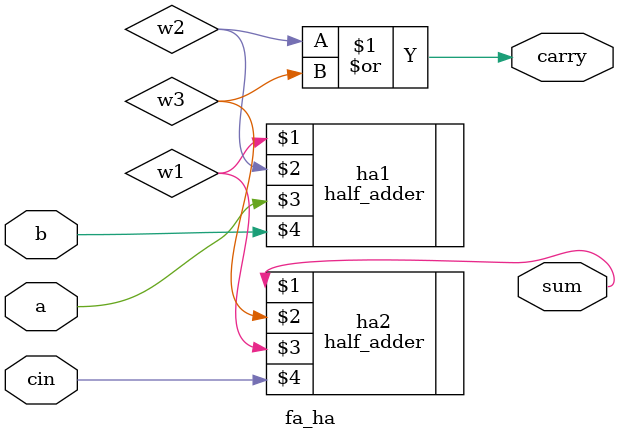
<source format=v>
`timescale 1ns / 1ps
module fa_ha(sum, carry, a, b, cin);
	input a, b, cin;
	output sum, carry;
	wire w1, w2, w3;
	half_adder ha1(w1, w2, a, b );
	half_adder ha2(sum, w3, w1, cin);
	or or1(carry, w2, w3);


endmodule

</source>
